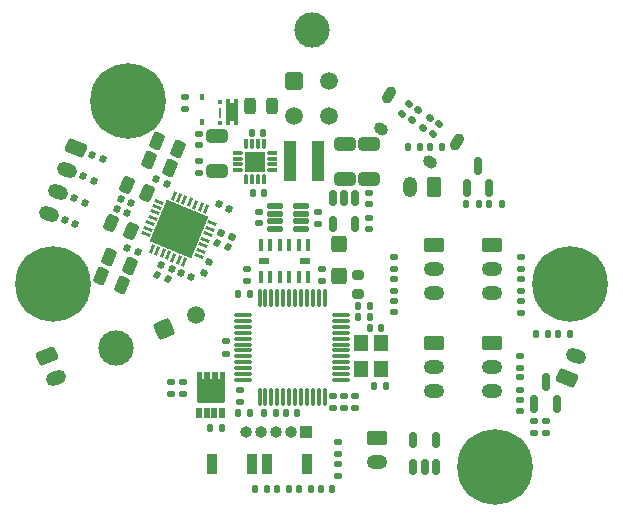
<source format=gts>
G04 #@! TF.GenerationSoftware,KiCad,Pcbnew,(6.0.0)*
G04 #@! TF.CreationDate,2022-03-04T12:47:46+01:00*
G04 #@! TF.ProjectId,MiniAB-CAN-Board,4d696e69-4142-42d4-9341-4e2d426f6172,1*
G04 #@! TF.SameCoordinates,Original*
G04 #@! TF.FileFunction,Soldermask,Top*
G04 #@! TF.FilePolarity,Negative*
%FSLAX46Y46*%
G04 Gerber Fmt 4.6, Leading zero omitted, Abs format (unit mm)*
G04 Created by KiCad (PCBNEW (6.0.0)) date 2022-03-04 12:47:46*
%MOMM*%
%LPD*%
G01*
G04 APERTURE LIST*
G04 Aperture macros list*
%AMRoundRect*
0 Rectangle with rounded corners*
0 $1 Rounding radius*
0 $2 $3 $4 $5 $6 $7 $8 $9 X,Y pos of 4 corners*
0 Add a 4 corners polygon primitive as box body*
4,1,4,$2,$3,$4,$5,$6,$7,$8,$9,$2,$3,0*
0 Add four circle primitives for the rounded corners*
1,1,$1+$1,$2,$3*
1,1,$1+$1,$4,$5*
1,1,$1+$1,$6,$7*
1,1,$1+$1,$8,$9*
0 Add four rect primitives between the rounded corners*
20,1,$1+$1,$2,$3,$4,$5,0*
20,1,$1+$1,$4,$5,$6,$7,0*
20,1,$1+$1,$6,$7,$8,$9,0*
20,1,$1+$1,$8,$9,$2,$3,0*%
%AMHorizOval*
0 Thick line with rounded ends*
0 $1 width*
0 $2 $3 position (X,Y) of the first rounded end (center of the circle)*
0 $4 $5 position (X,Y) of the second rounded end (center of the circle)*
0 Add line between two ends*
20,1,$1,$2,$3,$4,$5,0*
0 Add two circle primitives to create the rounded ends*
1,1,$1,$2,$3*
1,1,$1,$4,$5*%
%AMRotRect*
0 Rectangle, with rotation*
0 The origin of the aperture is its center*
0 $1 length*
0 $2 width*
0 $3 Rotation angle, in degrees counterclockwise*
0 Add horizontal line*
21,1,$1,$2,0,0,$3*%
%AMFreePoly0*
4,1,44,0.261769,0.149538,0.273465,0.148153,0.285017,0.145855,0.296353,0.142658,0.307403,0.138582,0.318099,0.133651,0.328375,0.127896,0.338168,0.121353,0.347417,0.114061,0.356066,0.106066,0.364061,0.097417,0.371353,0.088168,0.377896,0.078375,0.383651,0.068099,0.388582,0.057403,0.392658,0.046353,0.395855,0.035017,0.398153,0.023465,0.399538,0.011769,0.400000,0.000000,
0.399538,-0.011769,0.398153,-0.023465,0.395855,-0.035017,0.392658,-0.046353,0.388582,-0.057403,0.383651,-0.068099,0.377896,-0.078375,0.371353,-0.088168,0.364061,-0.097417,0.356066,-0.106066,0.347417,-0.114061,0.338168,-0.121353,0.328375,-0.127896,0.318099,-0.133651,0.307403,-0.138582,0.296353,-0.142658,0.285017,-0.145855,0.273465,-0.148153,0.261769,-0.149538,0.250000,-0.150000,
-0.400000,-0.150000,-0.400000,0.150000,0.250000,0.150000,0.261769,0.149538,0.261769,0.149538,$1*%
%AMFreePoly1*
4,1,44,0.011769,0.399538,0.023465,0.398153,0.035017,0.395855,0.046353,0.392658,0.057403,0.388582,0.068099,0.383651,0.078375,0.377896,0.088168,0.371353,0.097417,0.364061,0.106066,0.356066,0.114061,0.347417,0.121353,0.338168,0.127896,0.328375,0.133651,0.318099,0.138582,0.307403,0.142658,0.296353,0.145855,0.285017,0.148153,0.273465,0.149538,0.261769,0.150000,0.250000,
0.150000,-0.400000,-0.150000,-0.400000,-0.150000,0.250000,-0.149538,0.261769,-0.148153,0.273465,-0.145855,0.285017,-0.142658,0.296353,-0.138582,0.307403,-0.133651,0.318099,-0.127896,0.328375,-0.121353,0.338168,-0.114061,0.347417,-0.106066,0.356066,-0.097417,0.364061,-0.088168,0.371353,-0.078375,0.377896,-0.068099,0.383651,-0.057403,0.388582,-0.046353,0.392658,-0.035017,0.395855,
-0.023465,0.398153,-0.011769,0.399538,0.000000,0.400000,0.011769,0.399538,0.011769,0.399538,$1*%
%AMFreePoly2*
4,1,44,0.400000,-0.150000,-0.250000,-0.150000,-0.261769,-0.149538,-0.273465,-0.148153,-0.285017,-0.145855,-0.296353,-0.142658,-0.307403,-0.138582,-0.318099,-0.133651,-0.328375,-0.127896,-0.338168,-0.121353,-0.347417,-0.114061,-0.356066,-0.106066,-0.364061,-0.097417,-0.371353,-0.088168,-0.377896,-0.078375,-0.383651,-0.068099,-0.388582,-0.057403,-0.392658,-0.046353,-0.395855,-0.035017,-0.398153,-0.023465,
-0.399538,-0.011769,-0.400000,0.000000,-0.399538,0.011769,-0.398153,0.023465,-0.395855,0.035017,-0.392658,0.046353,-0.388582,0.057403,-0.383651,0.068099,-0.377896,0.078375,-0.371353,0.088168,-0.364061,0.097417,-0.356066,0.106066,-0.347417,0.114061,-0.338168,0.121353,-0.328375,0.127896,-0.318099,0.133651,-0.307403,0.138582,-0.296353,0.142658,-0.285017,0.145855,-0.273465,0.148153,
-0.261769,0.149538,-0.250000,0.150000,0.400000,0.150000,0.400000,-0.150000,0.400000,-0.150000,$1*%
%AMFreePoly3*
4,1,44,0.150000,-0.250000,0.149538,-0.261769,0.148153,-0.273465,0.145855,-0.285017,0.142658,-0.296353,0.138582,-0.307403,0.133651,-0.318099,0.127896,-0.328375,0.121353,-0.338168,0.114061,-0.347417,0.106066,-0.356066,0.097417,-0.364061,0.088168,-0.371353,0.078375,-0.377896,0.068099,-0.383651,0.057403,-0.388582,0.046353,-0.392658,0.035017,-0.395855,0.023465,-0.398153,0.011769,-0.399538,
0.000000,-0.400000,-0.011769,-0.399538,-0.023465,-0.398153,-0.035017,-0.395855,-0.046353,-0.392658,-0.057403,-0.388582,-0.068099,-0.383651,-0.078375,-0.377896,-0.088168,-0.371353,-0.097417,-0.364061,-0.106066,-0.356066,-0.114061,-0.347417,-0.121353,-0.338168,-0.127896,-0.328375,-0.133651,-0.318099,-0.138582,-0.307403,-0.142658,-0.296353,-0.145855,-0.285017,-0.148153,-0.273465,-0.149538,-0.261769,
-0.150000,-0.250000,-0.150000,0.400000,0.150000,0.400000,0.150000,-0.250000,0.150000,-0.250000,$1*%
%AMFreePoly4*
4,1,13,1.100000,0.175000,0.750000,0.175000,0.750000,-0.175000,1.100000,-0.175000,1.100000,-0.475000,-1.100000,-0.475000,-1.100000,-0.175000,-0.750000,-0.175000,-0.750000,0.175000,-1.100000,0.175000,-1.100000,0.475000,1.100000,0.475000,1.100000,0.175000,1.100000,0.175000,$1*%
%AMFreePoly5*
4,1,43,1.580355,1.210355,1.595000,1.175000,1.595000,0.775000,1.580355,0.739645,1.545000,0.725000,0.975000,0.725000,0.975000,0.575000,1.545000,0.575000,1.580355,0.560355,1.595000,0.525000,1.595000,0.125000,1.580355,0.089645,1.545000,0.075000,0.975000,0.075000,0.975000,-0.075000,1.545000,-0.075000,1.580355,-0.089645,1.595000,-0.125000,1.595000,-0.525000,1.580355,-0.560355,
1.545000,-0.575000,0.975000,-0.575000,0.975000,-0.725000,1.545000,-0.725000,1.580355,-0.739645,1.595000,-0.775000,1.595000,-1.175000,1.580355,-1.210355,1.545000,-1.225000,0.925000,-1.225000,0.889645,-1.210355,0.875000,-1.175000,-0.925000,-1.175000,-0.960355,-1.160355,-0.975000,-1.125000,-0.975000,1.125000,-0.960355,1.160355,-0.925000,1.175000,0.875000,1.175000,0.889645,1.210355,
0.925000,1.225000,1.545000,1.225000,1.580355,1.210355,1.580355,1.210355,$1*%
G04 Aperture macros list end*
%ADD10R,1.200000X1.400000*%
%ADD11RoundRect,0.140000X0.194399X0.103484X-0.064287X0.210635X-0.194399X-0.103484X0.064287X-0.210635X0*%
%ADD12RoundRect,0.250000X0.412745X0.343172X-0.049195X0.534514X-0.412745X-0.343172X0.049195X-0.534514X0*%
%ADD13RoundRect,0.135000X0.185000X-0.135000X0.185000X0.135000X-0.185000X0.135000X-0.185000X-0.135000X0*%
%ADD14C,0.800000*%
%ADD15C,6.400000*%
%ADD16RoundRect,0.250000X-0.625000X0.350000X-0.625000X-0.350000X0.625000X-0.350000X0.625000X0.350000X0*%
%ADD17O,1.750000X1.200000*%
%ADD18RoundRect,0.140000X0.170000X-0.140000X0.170000X0.140000X-0.170000X0.140000X-0.170000X-0.140000X0*%
%ADD19RoundRect,0.135000X-0.185000X0.135000X-0.185000X-0.135000X0.185000X-0.135000X0.185000X0.135000X0*%
%ADD20RoundRect,0.135000X-0.135000X-0.185000X0.135000X-0.185000X0.135000X0.185000X-0.135000X0.185000X0*%
%ADD21RoundRect,0.135000X0.135000X0.185000X-0.135000X0.185000X-0.135000X-0.185000X0.135000X-0.185000X0*%
%ADD22RoundRect,0.150000X-0.150000X0.512500X-0.150000X-0.512500X0.150000X-0.512500X0.150000X0.512500X0*%
%ADD23RoundRect,0.135000X0.077881X-0.215371X0.228863X0.008469X-0.077881X0.215371X-0.228863X-0.008469X0*%
%ADD24RoundRect,0.140000X-0.170000X0.140000X-0.170000X-0.140000X0.170000X-0.140000X0.170000X0.140000X0*%
%ADD25RoundRect,0.135000X0.195520X0.119255X-0.053927X0.222580X-0.195520X-0.119255X0.053927X-0.222580X0*%
%ADD26FreePoly0,270.000000*%
%ADD27FreePoly1,270.000000*%
%ADD28FreePoly2,270.000000*%
%ADD29FreePoly3,270.000000*%
%ADD30R,1.700000X1.700000*%
%ADD31RoundRect,0.140000X0.140000X0.170000X-0.140000X0.170000X-0.140000X-0.170000X0.140000X-0.170000X0*%
%ADD32RoundRect,0.250000X0.425000X-0.450000X0.425000X0.450000X-0.425000X0.450000X-0.425000X-0.450000X0*%
%ADD33RoundRect,0.147500X-0.147500X-0.172500X0.147500X-0.172500X0.147500X0.172500X-0.147500X0.172500X0*%
%ADD34RoundRect,0.140000X-0.140000X-0.170000X0.140000X-0.170000X0.140000X0.170000X-0.140000X0.170000X0*%
%ADD35RoundRect,0.147500X0.060528X-0.218744X0.225490X0.025822X-0.060528X0.218744X-0.225490X-0.025822X0*%
%ADD36RoundRect,0.250000X0.350000X0.625000X-0.350000X0.625000X-0.350000X-0.625000X0.350000X-0.625000X0*%
%ADD37O,1.200000X1.750000*%
%ADD38RoundRect,0.150000X0.150000X-0.512500X0.150000X0.512500X-0.150000X0.512500X-0.150000X-0.512500X0*%
%ADD39FreePoly4,270.000000*%
%ADD40R,0.300000X0.350000*%
%ADD41R,0.235000X0.870000*%
%ADD42RoundRect,0.075000X0.662500X0.075000X-0.662500X0.075000X-0.662500X-0.075000X0.662500X-0.075000X0*%
%ADD43RoundRect,0.075000X0.075000X0.662500X-0.075000X0.662500X-0.075000X-0.662500X0.075000X-0.662500X0*%
%ADD44RoundRect,0.147500X-0.202285X-0.102923X0.070259X-0.215815X0.202285X0.102923X-0.070259X0.215815X0*%
%ADD45R,0.900000X1.700000*%
%ADD46RoundRect,0.250000X-0.414726X-0.315291X0.070311X-0.516200X0.414726X0.315291X-0.070311X0.516200X0*%
%ADD47RotRect,0.254000X0.762000X157.500000*%
%ADD48RotRect,0.254000X0.762000X67.500000*%
%ADD49RotRect,3.810000X3.810000X67.500000*%
%ADD50R,1.000000X1.000000*%
%ADD51O,1.000000X1.000000*%
%ADD52RoundRect,0.250000X0.650000X-0.325000X0.650000X0.325000X-0.650000X0.325000X-0.650000X-0.325000X0*%
%ADD53C,3.000000*%
%ADD54RoundRect,0.250001X-0.499999X-0.499999X0.499999X-0.499999X0.499999X0.499999X-0.499999X0.499999X0*%
%ADD55C,1.500000*%
%ADD56RoundRect,0.250001X0.653280X-0.270598X0.270598X0.653280X-0.653280X0.270598X-0.270598X-0.653280X0*%
%ADD57RoundRect,0.140000X-0.194399X-0.103484X0.064287X-0.210635X0.194399X0.103484X-0.064287X0.210635X0*%
%ADD58RoundRect,0.200000X0.275000X-0.200000X0.275000X0.200000X-0.275000X0.200000X-0.275000X-0.200000X0*%
%ADD59RoundRect,0.250000X-0.650000X0.325000X-0.650000X-0.325000X0.650000X-0.325000X0.650000X0.325000X0*%
%ADD60RoundRect,0.050000X0.200000X-0.415000X0.200000X0.415000X-0.200000X0.415000X-0.200000X-0.415000X0*%
%ADD61FreePoly5,90.000000*%
%ADD62RoundRect,0.140000X0.103484X-0.194399X0.210635X0.064287X-0.103484X0.194399X-0.210635X-0.064287X0*%
%ADD63R,0.980000X3.400000*%
%ADD64R,0.450000X0.600000*%
%ADD65RoundRect,0.147500X0.147500X0.172500X-0.147500X0.172500X-0.147500X-0.172500X0.147500X-0.172500X0*%
%ADD66RoundRect,0.147500X0.172500X-0.147500X0.172500X0.147500X-0.172500X0.147500X-0.172500X-0.147500X0*%
%ADD67R,0.449200X1.117800*%
%ADD68R,0.813000X0.500000*%
%ADD69RoundRect,0.243750X-0.243750X-0.456250X0.243750X-0.456250X0.243750X0.456250X-0.243750X0.456250X0*%
%ADD70RoundRect,0.147500X-0.060528X0.218744X-0.225490X-0.025822X0.060528X-0.218744X0.225490X0.025822X0*%
%ADD71RoundRect,0.150000X0.150000X-0.587500X0.150000X0.587500X-0.150000X0.587500X-0.150000X-0.587500X0*%
%ADD72RoundRect,0.125000X-0.537500X-0.125000X0.537500X-0.125000X0.537500X0.125000X-0.537500X0.125000X0*%
%ADD73RoundRect,0.250000X-0.443486X0.562535X-0.711364X-0.084181X0.443486X-0.562535X0.711364X0.084181X0*%
%ADD74HorizOval,1.200000X-0.254067X0.105238X0.254067X-0.105238X0*%
%ADD75RoundRect,0.250000X-0.711364X0.084181X-0.443486X-0.562535X0.711364X-0.084181X0.443486X0.562535X0*%
%ADD76HorizOval,1.200000X-0.254067X-0.105238X0.254067X0.105238X0*%
%ADD77HorizOval,0.890000X-0.184534X-0.273582X0.184534X0.273582X0*%
%ADD78HorizOval,0.950000X0.124356X-0.083879X-0.124356X0.083879X0*%
%ADD79RoundRect,0.250000X0.443486X-0.562535X0.711364X0.084181X-0.443486X0.562535X-0.711364X-0.084181X0*%
G04 APERTURE END LIST*
D10*
G04 #@! TO.C,Y1*
X115750002Y-89899998D03*
X115750002Y-87699998D03*
X114050002Y-87699998D03*
X114050002Y-89899998D03*
G04 #@! TD*
D11*
G04 #@! TO.C,C35*
X94575986Y-75845594D03*
X93689062Y-75478218D03*
G04 #@! TD*
D12*
G04 #@! TO.C,C31*
X94455550Y-81153552D03*
X92700178Y-80426454D03*
G04 #@! TD*
D11*
G04 #@! TO.C,C41*
X90626485Y-75779125D03*
X89739561Y-75411749D03*
G04 #@! TD*
D13*
G04 #@! TO.C,R22*
X127500000Y-91610000D03*
X127500000Y-90590000D03*
G04 #@! TD*
D14*
G04 #@! TO.C,H4*
X127747679Y-98159769D03*
X125347679Y-100559769D03*
X122947679Y-98159769D03*
X127044735Y-96462713D03*
X127044735Y-99856825D03*
X123650623Y-99856825D03*
X123650623Y-96462713D03*
X125347679Y-95759769D03*
D15*
X125347679Y-98159769D03*
G04 #@! TD*
D16*
G04 #@! TO.C,J12*
X120250000Y-79400000D03*
D17*
X120250000Y-81400000D03*
X120250000Y-83400000D03*
G04 #@! TD*
D11*
G04 #@! TO.C,C36*
X91391843Y-73931364D03*
X90504919Y-73563988D03*
G04 #@! TD*
D18*
G04 #@! TO.C,C3*
X110700000Y-82400000D03*
X110700000Y-81440000D03*
G04 #@! TD*
D11*
G04 #@! TO.C,C45*
X89861113Y-77626885D03*
X88974189Y-77259509D03*
G04 #@! TD*
D13*
G04 #@! TO.C,R21*
X127500000Y-89750001D03*
X127500000Y-88730001D03*
G04 #@! TD*
D19*
G04 #@! TO.C,R25*
X102580000Y-87540000D03*
X102580000Y-88560000D03*
G04 #@! TD*
D20*
G04 #@! TO.C,R29*
X106915000Y-100040000D03*
X107935000Y-100040000D03*
G04 #@! TD*
D21*
G04 #@! TO.C,R5*
X125935000Y-75900000D03*
X124915000Y-75900000D03*
G04 #@! TD*
D22*
G04 #@! TO.C,U4*
X113549998Y-75362499D03*
X112599998Y-75362499D03*
X111649998Y-75362499D03*
X111649998Y-77637499D03*
X113549998Y-77637499D03*
G04 #@! TD*
D21*
G04 #@! TO.C,R20*
X106810000Y-93600000D03*
X105790000Y-93600000D03*
G04 #@! TD*
D23*
G04 #@! TO.C,R17*
X117539812Y-68272809D03*
X118110188Y-67427191D03*
G04 #@! TD*
D18*
G04 #@! TO.C,C18*
X114700000Y-78030000D03*
X114700000Y-77070000D03*
G04 #@! TD*
D24*
G04 #@! TO.C,C6*
X113490000Y-92190001D03*
X113490000Y-93150001D03*
G04 #@! TD*
D25*
G04 #@! TO.C,R23*
X97682516Y-82273725D03*
X96740158Y-81883387D03*
G04 #@! TD*
D26*
G04 #@! TO.C,U6*
X105835000Y-70857500D03*
X105335000Y-70857500D03*
X104835000Y-70857500D03*
X104335000Y-70857500D03*
D27*
X103635000Y-71557500D03*
X103635000Y-72057500D03*
X103635000Y-72557500D03*
X103635000Y-73057500D03*
D28*
X104335000Y-73757500D03*
X104835000Y-73757500D03*
X105335000Y-73757500D03*
X105835000Y-73757500D03*
D29*
X106535000Y-73057500D03*
X106535000Y-72557500D03*
X106535000Y-72057500D03*
X106535000Y-71557500D03*
D30*
X105085000Y-72307500D03*
G04 #@! TD*
D21*
G04 #@! TO.C,R4*
X109810000Y-100040000D03*
X108790000Y-100040000D03*
G04 #@! TD*
D31*
G04 #@! TO.C,C7*
X106055000Y-100040000D03*
X105095000Y-100040000D03*
G04 #@! TD*
D32*
G04 #@! TO.C,C1*
X112150000Y-82000000D03*
X112150000Y-79300000D03*
G04 #@! TD*
D33*
G04 #@! TO.C,D7*
X107665000Y-93600000D03*
X108635000Y-93600000D03*
G04 #@! TD*
D34*
G04 #@! TO.C,C2*
X115170000Y-91300000D03*
X116130000Y-91300000D03*
G04 #@! TD*
D20*
G04 #@! TO.C,R9*
X103640000Y-93600000D03*
X104660000Y-93600000D03*
G04 #@! TD*
D12*
G04 #@! TO.C,C29*
X98550266Y-71268040D03*
X96794894Y-70540942D03*
G04 #@! TD*
D35*
G04 #@! TO.C,D6*
X118341376Y-68783316D03*
X118883794Y-67979150D03*
G04 #@! TD*
D14*
G04 #@! TO.C,H3*
X92651061Y-68857263D03*
X94348117Y-69560207D03*
X96045173Y-65463151D03*
X96748117Y-67160207D03*
X94348117Y-64760207D03*
D15*
X94348117Y-67160207D03*
D14*
X91948117Y-67160207D03*
X96045173Y-68857263D03*
X92651061Y-65463151D03*
G04 #@! TD*
D31*
G04 #@! TO.C,C5*
X115730001Y-86399999D03*
X114770001Y-86399999D03*
G04 #@! TD*
D12*
G04 #@! TO.C,C43*
X93804988Y-82724149D03*
X92049616Y-81997051D03*
G04 #@! TD*
D36*
G04 #@! TO.C,J3*
X120175000Y-74500000D03*
D37*
X118175000Y-74500000D03*
G04 #@! TD*
D38*
G04 #@! TO.C,U3*
X118470000Y-98127500D03*
X119420000Y-98127500D03*
X120370000Y-98127500D03*
X120370000Y-95852500D03*
X118470000Y-95852500D03*
G04 #@! TD*
D39*
G04 #@! TO.C,Q4*
X103075000Y-68150000D03*
D40*
X102100000Y-67225000D03*
X102100000Y-69075000D03*
D41*
X102100000Y-68190000D03*
G04 #@! TD*
D24*
G04 #@! TO.C,C23*
X127500000Y-92460000D03*
X127500000Y-93420000D03*
G04 #@! TD*
D42*
G04 #@! TO.C,U2*
X112362500Y-90800000D03*
X112362500Y-90300000D03*
X112362500Y-89800000D03*
X112362500Y-89300000D03*
X112362500Y-88800000D03*
X112362500Y-88300000D03*
X112362500Y-87800000D03*
X112362500Y-87300000D03*
X112362500Y-86800000D03*
X112362500Y-86300000D03*
X112362500Y-85800000D03*
X112362500Y-85300000D03*
D43*
X110950000Y-83887500D03*
X110450000Y-83887500D03*
X109950000Y-83887500D03*
X109450000Y-83887500D03*
X108950000Y-83887500D03*
X108450000Y-83887500D03*
X107950000Y-83887500D03*
X107450000Y-83887500D03*
X106950000Y-83887500D03*
X106450000Y-83887500D03*
X105950000Y-83887500D03*
X105450000Y-83887500D03*
D42*
X104037500Y-85300000D03*
X104037500Y-85800000D03*
X104037500Y-86300000D03*
X104037500Y-86800000D03*
X104037500Y-87300000D03*
X104037500Y-87800000D03*
X104037500Y-88300000D03*
X104037500Y-88800000D03*
X104037500Y-89300000D03*
X104037500Y-89800000D03*
X104037500Y-90300000D03*
X104037500Y-90800000D03*
D43*
X105450000Y-92212500D03*
X105950000Y-92212500D03*
X106450000Y-92212500D03*
X106950000Y-92212500D03*
X107450000Y-92212500D03*
X107950000Y-92212500D03*
X108450000Y-92212500D03*
X108950000Y-92212500D03*
X109450000Y-92212500D03*
X109950000Y-92212500D03*
X110450000Y-92212500D03*
X110950000Y-92212500D03*
G04 #@! TD*
D19*
G04 #@! TO.C,R10*
X97990000Y-90970000D03*
X97990000Y-91990000D03*
G04 #@! TD*
D24*
G04 #@! TO.C,C11*
X112590000Y-92190000D03*
X112590000Y-93150000D03*
G04 #@! TD*
D13*
G04 #@! TO.C,R14*
X116800000Y-81410000D03*
X116800000Y-80390000D03*
G04 #@! TD*
D24*
G04 #@! TO.C,C9*
X103800000Y-91670000D03*
X103800000Y-92630000D03*
G04 #@! TD*
D25*
G04 #@! TO.C,R24*
X102788714Y-79553219D03*
X101846356Y-79162881D03*
G04 #@! TD*
D16*
G04 #@! TO.C,J7*
X120250000Y-87700000D03*
D17*
X120250000Y-89700000D03*
X120250000Y-91700000D03*
G04 #@! TD*
D44*
G04 #@! TO.C,D9*
X102219453Y-78322445D03*
X103115617Y-78693647D03*
G04 #@! TD*
D45*
G04 #@! TO.C,SW1*
X101400000Y-97890000D03*
X104800000Y-97890000D03*
G04 #@! TD*
D34*
G04 #@! TO.C,C13*
X113820000Y-84550000D03*
X114780000Y-84550000D03*
G04 #@! TD*
D46*
G04 #@! TO.C,R30*
X92863325Y-77517451D03*
X94549405Y-78215849D03*
G04 #@! TD*
D47*
G04 #@! TO.C,U5*
X96311809Y-79677232D03*
X96773748Y-79868574D03*
X97235690Y-80059916D03*
X97697629Y-80251258D03*
X98159568Y-80442599D03*
X98621509Y-80633941D03*
X99083448Y-80825283D03*
D48*
X100292933Y-80324298D03*
X100484275Y-79862359D03*
X100675617Y-79400417D03*
X100866959Y-78938478D03*
X101058300Y-78476539D03*
X101249642Y-78014598D03*
X101440984Y-77552659D03*
D47*
X100939999Y-76343174D03*
X100478060Y-76151832D03*
X100016118Y-75960490D03*
X99554179Y-75769148D03*
X99092240Y-75577807D03*
X98630299Y-75386465D03*
X98168360Y-75195123D03*
D48*
X96958875Y-75696108D03*
X96767533Y-76158047D03*
X96576191Y-76619989D03*
X96384849Y-77081928D03*
X96193508Y-77543867D03*
X96002166Y-78005808D03*
X95810824Y-78467747D03*
D49*
X98625904Y-78010203D03*
G04 #@! TD*
D50*
G04 #@! TO.C,J9*
X109400000Y-95200000D03*
D51*
X108130000Y-95200000D03*
X106860000Y-95200000D03*
X105590000Y-95200000D03*
X104320000Y-95200000D03*
G04 #@! TD*
D13*
G04 #@! TO.C,R27*
X110369999Y-77560001D03*
X110369999Y-76540001D03*
G04 #@! TD*
D52*
G04 #@! TO.C,C30*
X114700000Y-73775000D03*
X114700000Y-70825000D03*
G04 #@! TD*
D19*
G04 #@! TO.C,R15*
X116800000Y-82240000D03*
X116800000Y-83260000D03*
G04 #@! TD*
G04 #@! TO.C,R12*
X112060000Y-97920000D03*
X112060000Y-98940000D03*
G04 #@! TD*
G04 #@! TO.C,R13*
X100310000Y-72240000D03*
X100310000Y-73260000D03*
G04 #@! TD*
D20*
G04 #@! TO.C,R7*
X118025000Y-71075000D03*
X119045000Y-71075000D03*
G04 #@! TD*
D21*
G04 #@! TO.C,R3*
X131727500Y-86900000D03*
X130707500Y-86900000D03*
G04 #@! TD*
D20*
G04 #@! TO.C,R8*
X101240000Y-94850000D03*
X102260000Y-94850000D03*
G04 #@! TD*
D12*
G04 #@! TO.C,C25*
X97880566Y-72884829D03*
X96125194Y-72157731D03*
G04 #@! TD*
D31*
G04 #@! TO.C,C22*
X105820000Y-75010000D03*
X104860000Y-75010000D03*
G04 #@! TD*
D24*
G04 #@! TO.C,C15*
X114699999Y-74970001D03*
X114699999Y-75930001D03*
G04 #@! TD*
D53*
G04 #@! TO.C,J11*
X109850000Y-61165000D03*
D54*
X108350000Y-65485000D03*
D55*
X111350000Y-65485000D03*
X108350000Y-68485000D03*
X111350000Y-68485000D03*
G04 #@! TD*
D31*
G04 #@! TO.C,C14*
X111620000Y-100010000D03*
X110660000Y-100010000D03*
G04 #@! TD*
D24*
G04 #@! TO.C,C40*
X105429999Y-76570000D03*
X105429999Y-77530000D03*
G04 #@! TD*
G04 #@! TO.C,C17*
X116800000Y-84120000D03*
X116800000Y-85080000D03*
G04 #@! TD*
G04 #@! TO.C,C10*
X111700001Y-92199999D03*
X111700001Y-93159999D03*
G04 #@! TD*
D53*
G04 #@! TO.C,J6*
X93333840Y-88128192D03*
D56*
X97325000Y-86475000D03*
D55*
X100096639Y-85326950D03*
G04 #@! TD*
D31*
G04 #@! TO.C,C8*
X104620001Y-83500000D03*
X103660001Y-83500000D03*
G04 #@! TD*
D14*
G04 #@! TO.C,H2*
X90327898Y-82659988D03*
X89624954Y-80962932D03*
D15*
X87927898Y-82659988D03*
D14*
X85527898Y-82659988D03*
X87927898Y-85059988D03*
X87927898Y-80259988D03*
X89624954Y-84357044D03*
X86230842Y-80962932D03*
X86230842Y-84357044D03*
G04 #@! TD*
D57*
G04 #@! TO.C,C26*
X97112291Y-81063378D03*
X97999215Y-81430754D03*
G04 #@! TD*
D16*
G04 #@! TO.C,J4*
X115400000Y-95750000D03*
D17*
X115400000Y-97750000D03*
G04 #@! TD*
D14*
G04 #@! TO.C,H1*
X131767898Y-80259988D03*
D15*
X131767898Y-82659988D03*
D14*
X130070842Y-80962932D03*
X133464954Y-80962932D03*
X130070842Y-84357044D03*
X129367898Y-82659988D03*
X133464954Y-84357044D03*
X131767898Y-85059988D03*
X134167898Y-82659988D03*
G04 #@! TD*
D57*
G04 #@! TO.C,C47*
X101981538Y-75916312D03*
X102868462Y-76283688D03*
G04 #@! TD*
D21*
G04 #@! TO.C,R6*
X123985000Y-75900000D03*
X122965000Y-75900000D03*
G04 #@! TD*
D11*
G04 #@! TO.C,C38*
X95138469Y-79975197D03*
X94251545Y-79607821D03*
G04 #@! TD*
D58*
G04 #@! TO.C,FB2*
X113800000Y-83525000D03*
X113800000Y-81875000D03*
G04 #@! TD*
D16*
G04 #@! TO.C,J14*
X125150000Y-87700000D03*
D17*
X125150000Y-89700000D03*
X125150000Y-91700000D03*
G04 #@! TD*
D59*
G04 #@! TO.C,C20*
X101860000Y-70125000D03*
X101860000Y-73075000D03*
G04 #@! TD*
D57*
G04 #@! TO.C,C27*
X98775274Y-81752207D03*
X99662198Y-82119583D03*
G04 #@! TD*
D13*
G04 #@! TO.C,R1*
X129660000Y-95290000D03*
X129660000Y-94270000D03*
G04 #@! TD*
D60*
G04 #@! TO.C,Q3*
X100325000Y-93635000D03*
X101625000Y-93635000D03*
X100975000Y-93635000D03*
X102275000Y-93635000D03*
D61*
X101300000Y-91695000D03*
G04 #@! TD*
D62*
G04 #@! TO.C,C28*
X100760638Y-81741131D03*
X101128014Y-80854207D03*
G04 #@! TD*
D63*
G04 #@! TO.C,L1*
X108050000Y-72300000D03*
X110420000Y-72300000D03*
G04 #@! TD*
D13*
G04 #@! TO.C,R18*
X127550000Y-81429999D03*
X127550000Y-80409999D03*
G04 #@! TD*
D64*
G04 #@! TO.C,D8*
X100550000Y-68950000D03*
X100550000Y-66850000D03*
G04 #@! TD*
D65*
G04 #@! TO.C,D2*
X120870001Y-71075000D03*
X119900001Y-71075000D03*
G04 #@! TD*
D19*
G04 #@! TO.C,R2*
X128710000Y-94270000D03*
X128710000Y-95290000D03*
G04 #@! TD*
D24*
G04 #@! TO.C,C19*
X127550000Y-84140000D03*
X127550000Y-85100000D03*
G04 #@! TD*
D66*
G04 #@! TO.C,D4*
X100300000Y-70915000D03*
X100300000Y-69945000D03*
G04 #@! TD*
D52*
G04 #@! TO.C,C24*
X112650000Y-73775000D03*
X112650000Y-70825000D03*
G04 #@! TD*
D67*
G04 #@! TO.C,U1*
X105549999Y-82124101D03*
X106350000Y-82124101D03*
X107150001Y-82124101D03*
X107949999Y-82124101D03*
X108750000Y-82124101D03*
X109549999Y-82124101D03*
D68*
X109268498Y-80753200D03*
D67*
X109550001Y-79382299D03*
X108750000Y-79382299D03*
X107949999Y-79382299D03*
X107150001Y-79382299D03*
X106350000Y-79382299D03*
X105550001Y-79382299D03*
D68*
X105831502Y-80753200D03*
G04 #@! TD*
D33*
G04 #@! TO.C,D1*
X128865000Y-86900000D03*
X129835000Y-86900000D03*
G04 #@! TD*
D13*
G04 #@! TO.C,R31*
X99150000Y-67860000D03*
X99150000Y-66840000D03*
G04 #@! TD*
D34*
G04 #@! TO.C,C21*
X104820000Y-69850000D03*
X105780000Y-69850000D03*
G04 #@! TD*
D16*
G04 #@! TO.C,J13*
X125150000Y-79400000D03*
D17*
X125150000Y-81400000D03*
X125150000Y-83400000D03*
G04 #@! TD*
D19*
G04 #@! TO.C,R19*
X127550000Y-82260000D03*
X127550000Y-83280000D03*
G04 #@! TD*
D66*
G04 #@! TO.C,D3*
X98930000Y-91965000D03*
X98930000Y-90995000D03*
G04 #@! TD*
D34*
G04 #@! TO.C,C12*
X113820000Y-85450000D03*
X114780000Y-85450000D03*
G04 #@! TD*
D69*
G04 #@! TO.C,F1*
X104612500Y-67600000D03*
X106487500Y-67600000D03*
G04 #@! TD*
D11*
G04 #@! TO.C,C46*
X94231570Y-76677085D03*
X93344646Y-76309709D03*
G04 #@! TD*
D70*
G04 #@! TO.C,D5*
X119858623Y-68641682D03*
X119316205Y-69445848D03*
G04 #@! TD*
D71*
G04 #@! TO.C,Q2*
X122975000Y-74537500D03*
X124875000Y-74537500D03*
X123925000Y-72662500D03*
G04 #@! TD*
D11*
G04 #@! TO.C,C37*
X92157215Y-72083606D03*
X91270291Y-71716230D03*
G04 #@! TD*
D71*
G04 #@! TO.C,Q1*
X128710000Y-92867500D03*
X130610000Y-92867500D03*
X129660000Y-90992500D03*
G04 #@! TD*
D23*
G04 #@! TO.C,R16*
X120089812Y-69997809D03*
X120660188Y-69152191D03*
G04 #@! TD*
D18*
G04 #@! TO.C,C4*
X104400000Y-82380000D03*
X104400000Y-81420000D03*
G04 #@! TD*
D72*
G04 #@! TO.C,U8*
X106712500Y-76075000D03*
X106712500Y-76725000D03*
X106712500Y-77375000D03*
X106712500Y-78025000D03*
X108987500Y-78025000D03*
X108987500Y-77375000D03*
X108987500Y-76725000D03*
X108987500Y-76075000D03*
G04 #@! TD*
D46*
G04 #@! TO.C,R28*
X94202715Y-74283874D03*
X95888795Y-74982272D03*
G04 #@! TD*
D45*
G04 #@! TO.C,SW2*
X106100000Y-97890000D03*
X109500000Y-97890000D03*
G04 #@! TD*
D11*
G04 #@! TO.C,C34*
X97595565Y-74173890D03*
X96708641Y-73806514D03*
G04 #@! TD*
D19*
G04 #@! TO.C,R11*
X112060000Y-96070000D03*
X112060000Y-97090000D03*
G04 #@! TD*
D73*
G04 #@! TO.C,J8*
X89918754Y-71169177D03*
D74*
X89153387Y-73016936D03*
X88388020Y-74864695D03*
X87622653Y-76712454D03*
G04 #@! TD*
D75*
G04 #@! TO.C,J2*
X87459183Y-88786597D03*
D76*
X88224550Y-90634356D03*
G04 #@! TD*
D77*
G04 #@! TO.C,J10*
X116375319Y-66715076D03*
D78*
X119839724Y-72308635D03*
D77*
X122178582Y-70629426D03*
D78*
X115694536Y-69512670D03*
G04 #@! TD*
D79*
G04 #@! TO.C,J1*
X131490000Y-90620000D03*
D74*
X132255367Y-88772241D03*
G04 #@! TD*
M02*

</source>
